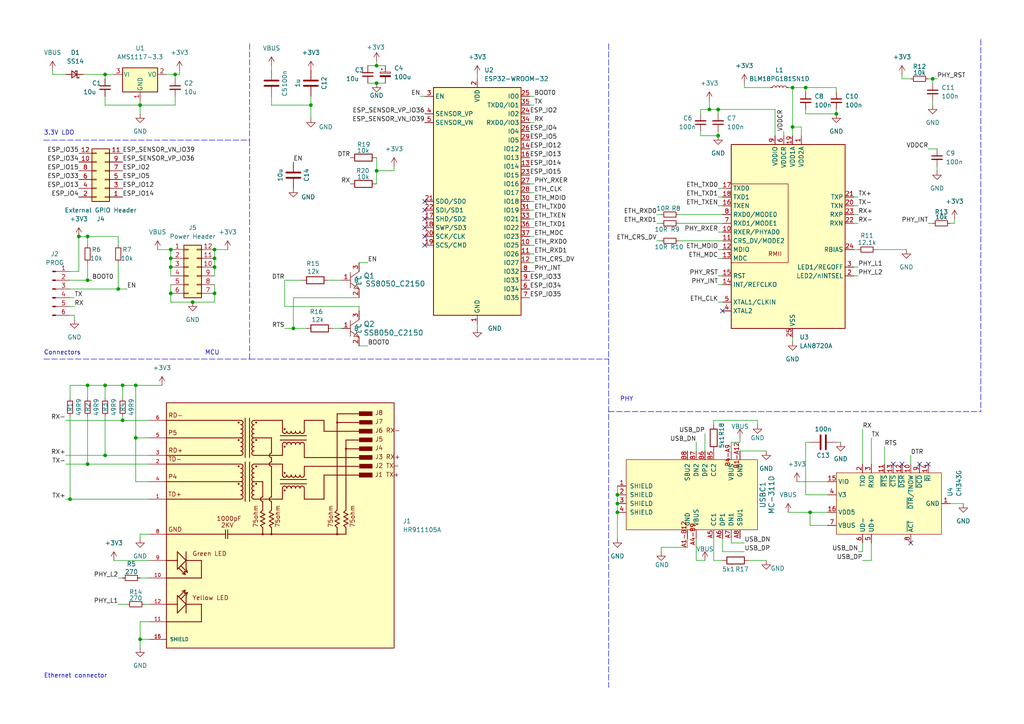
<source format=kicad_sch>
(kicad_sch (version 20231120) (generator "eeschema") (generator_version "8.0")
  (paper "A4")
  (junction (at 62.23 85.09))
  (junction (at 50.8 21.59))
  (junction (at 109.22 19.05))
  (junction (at 30.48 21.59))
  (junction (at 30.48 132.08))
  (junction (at 35.56 121.92))
  (junction (at 34.29 83.82))
  (junction (at 49.53 85.09))
  (junction (at 229.87 36.83))
  (junction (at 55.88 87.63))
  (junction (at 208.28 31.75))
  (junction (at 40.64 30.48))
  (junction (at 39.37 127))
  (junction (at 179.07 148.59))
  (junction (at 229.87 25.4))
  (junction (at 62.23 74.93))
  (junction (at 233.68 25.4))
  (junction (at 22.86 68.58))
  (junction (at 205.74 31.75))
  (junction (at 25.4 111.76))
  (junction (at 109.22 49.53))
  (junction (at 270.51 22.86))
  (junction (at 62.23 72.39))
  (junction (at 49.53 74.93))
  (junction (at 208.28 39.37))
  (junction (at 234.95 148.59))
  (junction (at 179.07 146.05))
  (junction (at 90.17 30.48))
  (junction (at 40.64 185.42))
  (junction (at 242.57 33.02))
  (junction (at 62.23 77.47))
  (junction (at 25.4 68.58))
  (junction (at 109.22 24.13))
  (junction (at 20.32 144.78))
  (junction (at 25.4 81.28))
  (junction (at 179.07 143.51))
  (junction (at 39.37 111.76))
  (junction (at 25.4 134.62))
  (junction (at 49.53 72.39))
  (junction (at 30.48 111.76))
  (junction (at 85.09 95.25))
  (junction (at 35.56 111.76))
  (junction (at 49.53 77.47))
  (no_connect (at 259.08 134.62))
  (no_connect (at 209.55 90.17))
  (no_connect (at 264.16 157.48))
  (no_connect (at 266.7 134.62))
  (no_connect (at 269.24 134.62))
  (no_connect (at 123.19 71.12))
  (no_connect (at 123.19 68.58))
  (no_connect (at 123.19 66.04))
  (no_connect (at 123.19 63.5))
  (no_connect (at 123.19 60.96))
  (no_connect (at 123.19 58.42))
  (no_connect (at 261.62 134.62))
  (wire (pts (xy 153.67 60.96) (xy 154.94 60.96)))
  (wire (pts (xy 248.92 160.02) (xy 250.19 160.02)))
  (wire (pts (xy 233.68 31.75) (xy 233.68 33.02)))
  (wire (pts (xy 229.87 25.4) (xy 229.87 36.83)))
  (wire (pts (xy 208.28 54.61) (xy 209.55 54.61)))
  (polyline (pts (xy 72.39 104.14) (xy 176.53 104.14)) (stroke (width 0) (type dash)))
  (wire (pts (xy 153.67 35.56) (xy 154.94 35.56)))
  (wire (pts (xy 208.28 80.01) (xy 209.55 80.01)))
  (wire (pts (xy 22.86 68.58) (xy 25.4 68.58)))
  (wire (pts (xy 190.5 64.77) (xy 191.77 64.77)))
  (wire (pts (xy 30.48 22.86) (xy 30.48 21.59)))
  (wire (pts (xy 207.01 156.21) (xy 207.01 162.56)))
  (wire (pts (xy 34.29 167.64) (xy 35.56 167.64)))
  (wire (pts (xy 208.28 87.63) (xy 209.55 87.63)))
  (wire (pts (xy 40.64 187.96) (xy 40.64 185.42)))
  (wire (pts (xy 22.86 68.58) (xy 22.86 78.74)))
  (wire (pts (xy 247.65 80.01) (xy 248.92 80.01)))
  (wire (pts (xy 214.63 127) (xy 214.63 128.27)))
  (wire (pts (xy 109.22 19.05) (xy 109.22 17.78)))
  (wire (pts (xy 41.91 175.26) (xy 43.18 175.26)))
  (wire (pts (xy 208.28 31.75) (xy 205.74 31.75)))
  (wire (pts (xy 234.95 148.59) (xy 240.03 148.59)))
  (wire (pts (xy 109.22 45.72) (xy 109.22 49.53)))
  (wire (pts (xy 39.37 139.7) (xy 39.37 127)))
  (wire (pts (xy 215.9 157.48) (xy 212.09 157.48)))
  (wire (pts (xy 104.14 86.36) (xy 85.09 86.36)))
  (wire (pts (xy 233.68 25.4) (xy 242.57 25.4)))
  (wire (pts (xy 250.19 160.02) (xy 250.19 157.48)))
  (wire (pts (xy 40.64 185.42) (xy 40.64 180.34)))
  (wire (pts (xy 24.13 21.59) (xy 30.48 21.59)))
  (wire (pts (xy 114.3 49.53) (xy 109.22 49.53)))
  (wire (pts (xy 233.68 143.51) (xy 240.03 143.51)))
  (wire (pts (xy 90.17 30.48) (xy 90.17 34.29)))
  (wire (pts (xy 232.41 39.37) (xy 232.41 36.83)))
  (wire (pts (xy 153.67 71.12) (xy 154.94 71.12)))
  (wire (pts (xy 104.14 88.9) (xy 104.14 90.17)))
  (wire (pts (xy 82.55 81.28) (xy 87.63 81.28)))
  (wire (pts (xy 25.4 111.76) (xy 20.32 111.76)))
  (wire (pts (xy 82.55 95.25) (xy 85.09 95.25)))
  (polyline (pts (xy 12.7 104.14) (xy 72.39 104.14)) (stroke (width 0) (type dash)))
  (wire (pts (xy 247.65 72.39) (xy 248.92 72.39)))
  (polyline (pts (xy 12.7 40.64) (xy 72.39 40.64)) (stroke (width 0) (type dash)))
  (wire (pts (xy 196.85 69.85) (xy 209.55 69.85)))
  (polyline (pts (xy 72.39 12.7) (xy 72.39 40.64)) (stroke (width 0) (type dash)))
  (wire (pts (xy 191.77 160.02) (xy 191.77 158.75)))
  (wire (pts (xy 269.24 43.18) (xy 271.78 43.18)))
  (wire (pts (xy 261.62 21.59) (xy 261.62 22.86)))
  (wire (pts (xy 208.28 67.31) (xy 209.55 67.31)))
  (wire (pts (xy 25.4 68.58) (xy 34.29 68.58)))
  (wire (pts (xy 138.43 93.98) (xy 138.43 95.25)))
  (wire (pts (xy 208.28 59.69) (xy 209.55 59.69)))
  (wire (pts (xy 30.48 120.65) (xy 30.48 132.08)))
  (wire (pts (xy 45.72 72.39) (xy 49.53 72.39)))
  (wire (pts (xy 106.68 24.13) (xy 109.22 24.13)))
  (wire (pts (xy 43.18 134.62) (xy 25.4 134.62)))
  (wire (pts (xy 208.28 82.55) (xy 209.55 82.55)))
  (wire (pts (xy 88.9 95.25) (xy 85.09 95.25)))
  (wire (pts (xy 229.87 25.4) (xy 233.68 25.4)))
  (wire (pts (xy 215.9 160.02) (xy 209.55 160.02)))
  (wire (pts (xy 203.2 38.1) (xy 203.2 39.37)))
  (wire (pts (xy 30.48 111.76) (xy 25.4 111.76)))
  (wire (pts (xy 15.24 20.32) (xy 15.24 21.59)))
  (wire (pts (xy 153.67 63.5) (xy 154.94 63.5)))
  (wire (pts (xy 46.99 111.76) (xy 39.37 111.76)))
  (wire (pts (xy 270.51 29.21) (xy 270.51 30.48)))
  (wire (pts (xy 19.05 144.78) (xy 20.32 144.78)))
  (wire (pts (xy 34.29 68.58) (xy 34.29 71.12)))
  (wire (pts (xy 252.73 162.56) (xy 252.73 157.48)))
  (wire (pts (xy 196.85 62.23) (xy 209.55 62.23)))
  (wire (pts (xy 199.39 158.75) (xy 199.39 156.21)))
  (polyline (pts (xy 72.39 104.14) (xy 72.39 40.64)) (stroke (width 0) (type dash)))
  (wire (pts (xy 20.32 111.76) (xy 20.32 115.57)))
  (wire (pts (xy 62.23 85.09) (xy 62.23 87.63)))
  (wire (pts (xy 40.64 30.48) (xy 40.64 33.02)))
  (wire (pts (xy 201.93 128.27) (xy 201.93 130.81)))
  (wire (pts (xy 217.17 162.56) (xy 222.25 162.56)))
  (wire (pts (xy 242.57 25.4) (xy 242.57 26.67)))
  (wire (pts (xy 208.28 72.39) (xy 209.55 72.39)))
  (wire (pts (xy 233.68 25.4) (xy 233.68 26.67)))
  (wire (pts (xy 250.19 162.56) (xy 252.73 162.56)))
  (wire (pts (xy 276.86 64.77) (xy 275.59 64.77)))
  (wire (pts (xy 106.68 76.2) (xy 104.14 76.2)))
  (wire (pts (xy 109.22 24.13) (xy 111.76 24.13)))
  (wire (pts (xy 20.32 144.78) (xy 20.32 120.65)))
  (wire (pts (xy 254 72.39) (xy 262.89 72.39)))
  (wire (pts (xy 247.65 64.77) (xy 248.92 64.77)))
  (wire (pts (xy 25.4 68.58) (xy 25.4 71.12)))
  (wire (pts (xy 270.51 22.86) (xy 271.78 22.86)))
  (wire (pts (xy 19.05 134.62) (xy 25.4 134.62)))
  (wire (pts (xy 212.09 157.48) (xy 212.09 156.21)))
  (wire (pts (xy 275.59 146.05) (xy 279.4 146.05)))
  (wire (pts (xy 40.64 156.21) (xy 40.64 154.94)))
  (wire (pts (xy 247.65 59.69) (xy 248.92 59.69)))
  (wire (pts (xy 153.67 53.34) (xy 154.94 53.34)))
  (wire (pts (xy 50.8 30.48) (xy 50.8 27.94)))
  (wire (pts (xy 233.68 33.02) (xy 242.57 33.02)))
  (wire (pts (xy 153.67 30.48) (xy 154.94 30.48)))
  (wire (pts (xy 215.9 25.4) (xy 223.52 25.4)))
  (wire (pts (xy 95.25 81.28) (xy 99.06 81.28)))
  (wire (pts (xy 30.48 27.94) (xy 30.48 30.48)))
  (wire (pts (xy 201.93 162.56) (xy 204.47 162.56)))
  (wire (pts (xy 20.32 83.82) (xy 34.29 83.82)))
  (wire (pts (xy 250.19 124.46) (xy 250.19 134.62)))
  (wire (pts (xy 114.3 48.26) (xy 114.3 49.53)))
  (wire (pts (xy 256.54 129.54) (xy 256.54 134.62)))
  (wire (pts (xy 43.18 121.92) (xy 35.56 121.92)))
  (wire (pts (xy 219.71 121.92) (xy 207.01 121.92)))
  (wire (pts (xy 153.67 68.58) (xy 154.94 68.58)))
  (wire (pts (xy 153.67 58.42) (xy 154.94 58.42)))
  (wire (pts (xy 153.67 78.74) (xy 154.94 78.74)))
  (wire (pts (xy 242.57 128.27) (xy 243.84 128.27)))
  (wire (pts (xy 78.74 30.48) (xy 90.17 30.48)))
  (polyline (pts (xy 176.53 119.38) (xy 284.48 119.38)) (stroke (width 0) (type dash)))
  (wire (pts (xy 228.6 148.59) (xy 234.95 148.59)))
  (polyline (pts (xy 176.53 104.14) (xy 176.53 199.39)) (stroke (width 0) (type dash)))
  (wire (pts (xy 40.64 180.34) (xy 43.18 180.34)))
  (wire (pts (xy 39.37 111.76) (xy 39.37 127)))
  (wire (pts (xy 62.23 82.55) (xy 62.23 85.09)))
  (wire (pts (xy 179.07 143.51) (xy 179.07 146.05)))
  (wire (pts (xy 106.68 19.05) (xy 109.22 19.05)))
  (wire (pts (xy 90.17 27.94) (xy 90.17 30.48)))
  (wire (pts (xy 247.65 62.23) (xy 248.92 62.23)))
  (wire (pts (xy 153.67 73.66) (xy 154.94 73.66)))
  (wire (pts (xy 82.55 81.28) (xy 82.55 88.9)))
  (wire (pts (xy 121.92 27.94) (xy 123.19 27.94)))
  (wire (pts (xy 264.16 132.08) (xy 264.16 134.62)))
  (wire (pts (xy 30.48 21.59) (xy 33.02 21.59)))
  (wire (pts (xy 22.86 78.74) (xy 20.32 78.74)))
  (wire (pts (xy 138.43 21.59) (xy 138.43 22.86)))
  (wire (pts (xy 269.24 22.86) (xy 270.51 22.86)))
  (wire (pts (xy 270.51 22.86) (xy 270.51 24.13)))
  (wire (pts (xy 43.18 127) (xy 39.37 127)))
  (wire (pts (xy 43.18 144.78) (xy 20.32 144.78)))
  (wire (pts (xy 222.25 130.81) (xy 214.63 130.81)))
  (wire (pts (xy 40.64 30.48) (xy 50.8 30.48)))
  (wire (pts (xy 179.07 143.51) (xy 179.07 140.97)))
  (wire (pts (xy 153.67 55.88) (xy 154.94 55.88)))
  (wire (pts (xy 153.67 76.2) (xy 154.94 76.2)))
  (wire (pts (xy 62.23 72.39) (xy 62.23 74.93)))
  (wire (pts (xy 49.53 87.63) (xy 49.53 85.09)))
  (wire (pts (xy 208.28 38.1) (xy 208.28 39.37)))
  (wire (pts (xy 203.2 39.37) (xy 208.28 39.37)))
  (wire (pts (xy 48.26 21.59) (xy 50.8 21.59)))
  (wire (pts (xy 25.4 76.2) (xy 25.4 81.28)))
  (wire (pts (xy 15.24 21.59) (xy 19.05 21.59)))
  (wire (pts (xy 35.56 111.76) (xy 30.48 111.76)))
  (wire (pts (xy 214.63 128.27) (xy 212.09 128.27)))
  (wire (pts (xy 62.23 72.39) (xy 66.04 72.39)))
  (wire (pts (xy 190.5 62.23) (xy 191.77 62.23)))
  (wire (pts (xy 62.23 74.93) (xy 62.23 77.47)))
  (wire (pts (xy 55.88 87.63) (xy 49.53 87.63)))
  (wire (pts (xy 85.09 86.36) (xy 85.09 95.25)))
  (wire (pts (xy 153.67 66.04) (xy 154.94 66.04)))
  (wire (pts (xy 196.85 64.77) (xy 209.55 64.77)))
  (wire (pts (xy 34.29 76.2) (xy 34.29 83.82)))
  (wire (pts (xy 20.32 88.9) (xy 21.59 88.9)))
  (wire (pts (xy 43.18 139.7) (xy 39.37 139.7)))
  (wire (pts (xy 205.74 29.21) (xy 205.74 31.75)))
  (wire (pts (xy 247.65 57.15) (xy 248.92 57.15)))
  (wire (pts (xy 40.64 185.42) (xy 43.18 185.42)))
  (wire (pts (xy 25.4 111.76) (xy 25.4 115.57)))
  (wire (pts (xy 204.47 125.73) (xy 204.47 130.81)))
  (wire (pts (xy 21.59 91.44) (xy 21.59 92.71)))
  (wire (pts (xy 201.93 156.21) (xy 201.93 162.56)))
  (wire (pts (xy 49.53 77.47) (xy 49.53 80.01)))
  (wire (pts (xy 219.71 121.92) (xy 219.71 123.19)))
  (wire (pts (xy 203.2 31.75) (xy 203.2 33.02)))
  (wire (pts (xy 252.73 127) (xy 252.73 134.62)))
  (polyline (pts (xy 176.53 12.7) (xy 176.53 104.14)) (stroke (width 0) (type dash)))
  (wire (pts (xy 19.05 132.08) (xy 30.48 132.08)))
  (wire (pts (xy 153.67 27.94) (xy 154.94 27.94)))
  (wire (pts (xy 19.05 121.92) (xy 35.56 121.92)))
  (wire (pts (xy 191.77 158.75) (xy 199.39 158.75)))
  (wire (pts (xy 109.22 19.05) (xy 111.76 19.05)))
  (wire (pts (xy 20.32 81.28) (xy 25.4 81.28)))
  (wire (pts (xy 209.55 160.02) (xy 209.55 156.21)))
  (wire (pts (xy 96.52 95.25) (xy 99.06 95.25)))
  (wire (pts (xy 229.87 97.79) (xy 229.87 99.06)))
  (wire (pts (xy 39.37 111.76) (xy 35.56 111.76)))
  (wire (pts (xy 20.32 86.36) (xy 21.59 86.36)))
  (wire (pts (xy 224.79 31.75) (xy 208.28 31.75)))
  (wire (pts (xy 233.68 143.51) (xy 233.68 128.27)))
  (wire (pts (xy 35.56 121.92) (xy 35.56 120.65)))
  (wire (pts (xy 229.87 36.83) (xy 229.87 39.37)))
  (wire (pts (xy 109.22 49.53) (xy 109.22 53.34)))
  (wire (pts (xy 234.95 148.59) (xy 234.95 152.4)))
  (wire (pts (xy 232.41 36.83) (xy 229.87 36.83)))
  (wire (pts (xy 50.8 21.59) (xy 50.8 22.86)))
  (wire (pts (xy 49.53 74.93) (xy 49.53 77.47)))
  (wire (pts (xy 207.01 121.92) (xy 207.01 123.19)))
  (wire (pts (xy 276.86 63.5) (xy 276.86 64.77)))
  (wire (pts (xy 25.4 81.28) (xy 26.67 81.28)))
  (wire (pts (xy 179.07 146.05) (xy 179.07 148.59)))
  (wire (pts (xy 50.8 21.59) (xy 52.07 21.59)))
  (wire (pts (xy 261.62 22.86) (xy 264.16 22.86)))
  (wire (pts (xy 224.79 39.37) (xy 224.79 31.75)))
  (wire (pts (xy 33.02 162.56) (xy 43.18 162.56)))
  (wire (pts (xy 49.53 72.39) (xy 49.53 74.93)))
  (wire (pts (xy 62.23 87.63) (xy 55.88 87.63)))
  (wire (pts (xy 208.28 31.75) (xy 208.28 33.02)))
  (wire (pts (xy 82.55 88.9) (xy 104.14 88.9)))
  (wire (pts (xy 233.68 128.27) (xy 234.95 128.27)))
  (wire (pts (xy 78.74 27.94) (xy 78.74 30.48)))
  (wire (pts (xy 215.9 24.13) (xy 215.9 25.4)))
  (wire (pts (xy 30.48 30.48) (xy 40.64 30.48)))
  (wire (pts (xy 242.57 31.75) (xy 242.57 33.02)))
  (wire (pts (xy 52.07 20.32) (xy 52.07 21.59)))
  (wire (pts (xy 40.64 167.64) (xy 43.18 167.64)))
  (wire (pts (xy 20.32 91.44) (xy 21.59 91.44)))
  (wire (pts (xy 34.29 83.82) (xy 36.83 83.82)))
  (wire (pts (xy 231.14 139.7) (xy 240.03 139.7)))
  (wire (pts (xy 30.48 132.08) (xy 43.18 132.08)))
  (wire (pts (xy 205.74 31.75) (xy 203.2 31.75)))
  (wire (pts (xy 30.48 111.76) (xy 30.48 115.57)))
  (wire (pts (xy 40.64 154.94) (xy 43.18 154.94)))
  (wire (pts (xy 25.4 134.62) (xy 25.4 120.65)))
  (wire (pts (xy 234.95 152.4) (xy 240.03 152.4)))
  (wire (pts (xy 35.56 111.76) (xy 35.56 115.57)))
  (wire (pts (xy 78.74 19.05) (xy 78.74 20.32)))
  (wire (pts (xy 62.23 77.47) (xy 62.23 80.01)))
  (wire (pts (xy 227.33 38.1) (xy 227.33 39.37)))
  (wire (pts (xy 49.53 82.55) (xy 49.53 85.09)))
  (wire (pts (xy 190.5 69.85) (xy 191.77 69.85)))
  (wire (pts (xy 271.78 48.26) (xy 271.78 49.53)))
  (polyline (pts (xy 284.48 11.43) (xy 284.48 119.38)) (stroke (width 0) (type dash)))
  (wire (pts (xy 34.29 175.26) (xy 36.83 175.26)))
  (wire (pts (xy 208.28 57.15) (xy 209.55 57.15)))
  (wire (pts (xy 179.07 148.59) (xy 179.07 156.21)))
  (wire (pts (xy 207.01 162.56) (xy 209.55 162.56)))
  (wire (pts (xy 228.6 25.4) (xy 229.87 25.4)))
  (wire (pts (xy 212.09 128.27) (xy 212.09 130.81)))
  (wire (pts (xy 40.64 29.21) (xy 40.64 30.48)))
  (wire (pts (xy 208.28 74.93) (xy 209.55 74.93)))
  (wire (pts (xy 269.24 64.77) (xy 270.51 64.77)))
  (wire (pts (xy 106.68 100.33) (xy 104.14 100.33)))
  (wire (pts (xy 247.65 77.47) (xy 248.92 77.47)))
  (text "PHY" (at 179.832 116.586 0) (effects (font (size 1.27 1.27)) (justify left bottom)))
  (text "3.3V LDO" (at 12.7 39.37 0) (effects (font (size 1.27 1.27)) (justify left bottom)))
  (text "Connectors" (at 12.7 103.124 0) (effects (font (size 1.27 1.27)) (justify left bottom)))
  (text "Ethernet connector" (at 12.7 196.85 0) (effects (font (size 1.27 1.27)) (justify left bottom)))
  (text "MCU" (at 59.436 103.124 0) (effects (font (size 1.27 1.27)) (justify left bottom)))
  (label "ESP_SENSOR_VP_IO36" (at 35.56 46.99 0))
  (label "VDDCR" (at 269.24 43.18 180))
  (label "ETH_TXEN" (at 154.94 63.5 0))
  (label "USB_DP" (at 215.9 160.02 0))
  (label "DTR" (at 264.16 132.08 0))
  (label "BOOT0" (at 106.68 100.33 0))
  (label "ESP_IO5" (at 35.56 52.07 0))
  (label "ETH_RXD0" (at 154.94 71.12 0))
  (label "ESP_IO35" (at 22.86 44.45 180))
  (label "ESP_IO34" (at 153.67 83.82 0))
  (label "USB_DP" (at 250.19 162.56 180))
  (label "TX-" (at 248.92 59.69 0))
  (label "PHY_L1" (at 248.92 77.47 0))
  (label "PHY_RXER" (at 208.28 67.31 180))
  (label "RX" (at 21.59 88.9 0))
  (label "ESP_IO33" (at 153.67 81.28 0))
  (label "RX" (at 154.94 35.56 0))
  (label "ETH_MDC" (at 208.28 74.93 180))
  (label "USB_DN" (at 201.93 128.27 180))
  (label "RTS" (at 256.54 129.54 0))
  (label "PHY_INT" (at 154.94 78.74 0))
  (label "ESP_SENSOR_VN_IO39" (at 35.56 44.45 0))
  (label "DTR" (at 82.55 81.28 180))
  (label "ESP_IO12" (at 35.56 54.61 0))
  (label "RX-" (at 19.05 121.92 180))
  (label "ETH_TXEN" (at 208.28 59.69 180))
  (label "ETH_MDIO" (at 154.94 58.42 0))
  (label "ESP_IO35" (at 153.67 86.36 0))
  (label "PHY_INT" (at 208.28 82.55 180))
  (label "RX+" (at 19.05 132.08 180))
  (label "ETH_RXD0" (at 190.5 62.23 180))
  (label "PHY_L2" (at 248.92 80.01 0))
  (label "ETH_CLK" (at 208.28 87.63 180))
  (label "ETH_CRS_DV" (at 190.5 69.85 180))
  (label "USB_DN" (at 248.92 160.02 180))
  (label "EN" (at 106.68 76.2 0))
  (label "ESP_IO2" (at 153.67 33.02 0))
  (label "VDDCR" (at 227.33 38.1 90))
  (label "ESP_IO13" (at 22.86 54.61 180))
  (label "RX" (at 250.19 124.46 0))
  (label "USB_DN" (at 215.9 157.48 0))
  (label "ESP_IO13" (at 153.67 45.72 0))
  (label "ESP_IO12" (at 153.67 43.18 0))
  (label "ETH_TXD1" (at 208.28 57.15 180))
  (label "BOOT0" (at 26.67 81.28 0))
  (label "RX" (at 101.6 53.34 180))
  (label "ESP_IO34" (at 22.86 46.99 180))
  (label "ETH_TXD0" (at 208.28 54.61 180))
  (label "ETH_MDIO" (at 208.28 72.39 180))
  (label "RX-" (at 248.92 64.77 0))
  (label "ESP_IO4" (at 22.86 57.15 180))
  (label "ESP_IO2" (at 35.56 49.53 0))
  (label "ETH_CLK" (at 154.94 55.88 0))
  (label "TX-" (at 19.05 134.62 180))
  (label "USB_DP" (at 204.47 125.73 180))
  (label "ESP_IO33" (at 22.86 52.07 180))
  (label "PHY_RST" (at 208.28 80.01 180))
  (label "BOOT0" (at 154.94 27.94 0))
  (label "PHY_RST" (at 271.78 22.86 0))
  (label "PHY_RXER" (at 154.94 53.34 0))
  (label "ESP_IO15" (at 22.86 49.53 180))
  (label "DTR" (at 101.6 45.72 180))
  (label "ESP_IO4" (at 153.67 38.1 0))
  (label "TX+" (at 19.05 144.78 180))
  (label "ETH_MDC" (at 154.94 68.58 0))
  (label "TX+" (at 248.92 57.15 0))
  (label "TX" (at 154.94 30.48 0))
  (label "EN" (at 121.92 27.94 180))
  (label "ESP_IO14" (at 153.67 48.26 0))
  (label "ETH_RXD1" (at 154.94 73.66 0))
  (label "ETH_RXD1" (at 190.5 64.77 180))
  (label "ESP_IO14" (at 35.56 57.15 0))
  (label "TX" (at 21.59 86.36 0))
  (label "RTS" (at 82.55 95.25 180))
  (label "RX+" (at 248.92 62.23 0))
  (label "ETH_TXD0" (at 154.94 60.96 0))
  (label "ESP_IO15" (at 153.67 50.8 0))
  (label "TX" (at 252.73 127 0))
  (label "PHY_INT" (at 269.24 64.77 180))
  (label "EN" (at 85.09 46.99 0))
  (label "PHY_L1" (at 34.29 175.26 180))
  (label "EN" (at 36.83 83.82 0))
  (label "ETH_TXD1" (at 154.94 66.04 0))
  (label "ESP_IO5" (at 153.67 40.64 0))
  (label "PHY_L2" (at 34.29 167.64 180))
  (label "ESP_SENSOR_VP_IO36" (at 123.19 33.02 180))
  (label "ESP_SENSOR_VN_IO39" (at 123.19 35.56 180))
  (label "ETH_CRS_DV" (at 154.94 76.2 0))
  (symbol (lib_id "Device:C_Small") (at 203.2 35.56 180) (unit 1)
    (property "Reference" "C6" (at 198.12 34.29 0) (effects (justify right)))
    (property "Value" "100n" (at 196.85 36.83 0) (effects (justify right)))
    (property "Footprint" "Capacitor_SMD:C_0603_1608Metric" (effects (hide yes)))
  )
  (symbol (lib_id "power:+3.3V") (at 114.3 48.26 0) (unit 1)
    (property "Reference" "#PWR018" (effects (hide yes)))
    (property "Value" "+3V3" (at 114.3 43.18 0))
  )
  (symbol (lib_id "power:+3.3V") (at 52.07 20.32 0) (unit 1)
    (property "Reference" "#PWR0111" (effects (hide yes)))
    (property "Value" "+3V3" (at 52.07 15.24 0))
  )
  (symbol (lib_id "RF_Module:ESP32-WROOM-32") (at 138.43 58.42 0) (unit 1)
    (property "Reference" "U2" (at 140.4494 20.32 0) (effects (justify left)))
    (property "Value" "ESP32-WROOM-32" (at 140.4494 22.86 0) (effects (justify left)))
    (property "Footprint" "RF_Module:ESP32-WROOM-32" (effects (hide yes)))
    (property "Datasheet" "https://www.espressif.com/sites/default/files/documentation/esp32-wroom-32_datasheet_en.pdf" (effects (hide yes)))
  )
  (symbol (lib_id "Device:R_Small") (at 34.29 73.66 180) (unit 1)
    (property "Reference" "R7" (at 36.83 72.39 0))
    (property "Value" "10k" (at 36.83 74.93 0))
    (property "Footprint" "Resistor_SMD:R_0603_1608Metric" (effects (hide yes)))
  )
  (symbol (lib_id "power:GND") (at 85.09 54.61 0) (unit 1)
    (property "Reference" "#PWR017" (effects (hide yes)))
    (property "Value" "GND" (at 91.44 57.15 0) (effects (justify right)))
  )
  (symbol (lib_id "power:GND") (at 229.87 99.06 0) (unit 1)
    (property "Reference" "#PWR0120" (effects (hide yes)))
    (property "Value" "GND" (at 229.87 104.14 0))
  )
  (symbol (lib_id "power:GND") (at 21.59 92.71 0) (unit 1)
    (property "Reference" "#PWR0114" (effects (hide yes)))
    (property "Value" "GND" (at 21.59 97.79 0))
  )
  (symbol (lib_id "Device:C") (at 90.17 24.13 180) (unit 1)
    (property "Reference" "C12" (at 93.98 24.13 90))
    (property "Value" "1u" (at 86.36 24.13 90))
    (property "Footprint" "Capacitor_SMD:C_0603_1608Metric" (effects (hide yes)))
    (property "LCSC Part #" "C15849" (effects (hide yes)))
  )
  (symbol (lib_id "wch-usb-uart:CH343G") (at 257.81 146.05 90) (unit 1)
    (property "Reference" "U4" (at 275.59 144.0306 0) (effects (justify left)))
    (property "Value" "CH343G" (at 278.13 144.0306 0) (effects (justify left)))
    (property "Footprint" "Package_SO:SOIC-16_3.9x9.9mm_P1.27mm" (effects (hide yes)))
    (property "Datasheet" "http://www.wch.cn/downloads/file/307.html" (effects (hide yes)))
    (property "LCSC Part #" "C2844153" (effects (hide yes)))
  )
  (symbol (lib_id "Regulator_Linear:AMS1117-3.3") (at 40.64 21.59 0) (unit 1)
    (property "Reference" "U1" (at 40.64 13.97 0))
    (property "Value" "AMS1117-3.3" (at 40.64 16.51 0))
    (property "Footprint" "Package_TO_SOT_SMD:SOT-223-3_TabPin2" (effects (hide yes)))
    (property "Datasheet" "http://www.advanced-monolithic.com/pdf/ds1117.pdf" (effects (hide yes)))
  )
  (symbol (lib_id "power:GND") (at 55.88 87.63 0) (unit 1)
    (property "Reference" "#PWR04" (effects (hide yes)))
    (property "Value" "GND" (at 55.88 92.71 0))
  )
  (symbol (lib_id "power:GND") (at 262.89 72.39 0) (unit 1)
    (property "Reference" "#PWR0123" (effects (hide yes)))
    (property "Value" "GND" (at 262.89 77.47 0))
  )
  (symbol (lib_id "Device:C_Polarized_Small") (at 111.76 21.59 0) (unit 1)
    (property "Reference" "C4" (at 114.3 19.7738 0) (effects (justify left)))
    (property "Value" "100u" (at 114.3 22.3138 0) (effects (justify left)))
    (property "Footprint" "Capacitor_Tantalum_SMD:CP_EIA-3528-21_Kemet-B" (effects (hide yes)))
  )
  (symbol (lib_id "Device:C_Small") (at 242.57 29.21 0) (unit 1)
    (property "Reference" "C10" (at 245.11 27.9462 0) (effects (justify left)))
    (property "Value" "100n" (at 245.11 30.4862 0) (effects (justify left)))
    (property "Footprint" "Capacitor_SMD:C_0603_1608Metric" (effects (hide yes)))
  )
  (symbol (lib_id "power:+3.3V") (at 22.86 68.58 0) (unit 1)
    (property "Reference" "#PWR0112" (effects (hide yes)))
    (property "Value" "+3V3" (at 22.86 63.5 0))
  )
  (symbol (lib_id "Connector_Generic:Conn_02x06_Counter_Clockwise") (at 54.61 77.47 0) (unit 1)
    (property "Reference" "J5" (at 55.88 66.04 0))
    (property "Value" "Power Header" (at 55.88 68.58 0))
    (property "Footprint" "Connector_PinHeader_2.54mm:PinHeader_2x06_P2.54mm_Vertical" (effects (hide yes)))
    (property "Description" "Generic connector, double row, 02x06, counter clockwise pin numbering scheme (similar to DIP package numbering), script generated (kicad-library-utils/schlib/autogen/connector/)" (effects (hide yes)))
  )
  (symbol (lib_id "Interface_Ethernet:LAN8720A") (at 229.87 69.85 0) (unit 1)
    (property "Reference" "U3" (at 231.8894 97.79 0) (effects (justify left)))
    (property "Value" "LAN8720A" (at 231.8894 100.33 0) (effects (justify left)))
    (property "Footprint" "Package_DFN_QFN:QFN-24-1EP_4x4mm_P0.5mm_EP2.6x2.6mm" (effects (hide yes)))
    (property "Datasheet" "http://ww1.microchip.com/downloads/en/DeviceDoc/8720a.pdf" (effects (hide yes)))
  )
  (symbol (lib_id "Device:C_Small") (at 30.48 25.4 0) (unit 1)
    (property "Reference" "C1" (at 26.67 24.13 0) (effects (justify left)))
    (property "Value" "10u" (at 24.13 26.67 0) (effects (justify left)))
    (property "Footprint" "Resistor_SMD:R_0603_1608Metric" (effects (hide yes)))
  )
  (symbol (lib_id "Device:C_Small") (at 106.68 21.59 0) (unit 1)
    (property "Reference" "C3" (at 102.87 20.32 0) (effects (justify left)))
    (property "Value" "10u" (at 100.33 22.86 0) (effects (justify left)))
    (property "Footprint" "Capacitor_SMD:C_0603_1608Metric" (effects (hide yes)))
  )
  (symbol (lib_id "Device:R") (at 207.01 127 0) (unit 1)
    (property "Reference" "R18" (at 209.296 126.492 90) (effects (justify left)))
    (property "Value" "5k1" (at 209.296 130.048 90) (effects (justify left)))
    (property "Footprint" "Resistor_SMD:R_0402_1005Metric" (effects (hide yes)))
    (property "LCSC Part #" "C25905" (effects (hide yes)))
  )
  (symbol (lib_id "power:+3.3V") (at 90.17 20.32 0) (unit 1)
    (property "Reference" "#PWR01" (effects (hide yes)))
    (property "Value" "+3V3" (at 90.17 15.24 0))
  )
  (symbol (lib_id "power:GND") (at 270.51 30.48 0) (unit 1)
    (property "Reference" "#PWR0121" (effects (hide yes)))
    (property "Value" "GND" (at 270.51 35.56 0))
  )
  (symbol (lib_id "power:GND") (at 191.77 160.02 0) (unit 1)
    (property "Reference" "#PWR012" (effects (hide yes)))
    (property "Value" "GND" (at 194.056 163.83 0) (effects (justify right)))
  )
  (symbol (lib_id "power:VBUS") (at 45.72 72.39 0) (unit 1)
    (property "Reference" "#PWR05" (effects (hide yes)))
    (property "Value" "VBUS" (at 45.72 67.31 0))
  )
  (symbol (lib_id "power:GND") (at 109.22 24.13 0) (unit 1)
    (property "Reference" "#PWR0108" (effects (hide yes)))
    (property "Value" "GND" (at 109.22 27.686 0))
  )
  (symbol (lib_id "Device:C") (at 78.74 24.13 180) (unit 1)
    (property "Reference" "C5" (at 82.55 26.67 90))
    (property "Value" "100n" (at 82.55 22.86 90))
    (property "Footprint" "Capacitor_SMD:C_0402_1005Metric" (effects (hide yes)))
    (property "LCSC Part #" "C1525" (effects (hide yes)))
  )
  (symbol (lib_id "Device:R") (at 105.41 53.34 90) (unit 1)
    (property "Reference" "R20" (at 107.188 49.53 90) (effects (justify left)))
    (property "Value" "10k" (at 107.188 51.308 90) (effects (justify left)))
    (property "Footprint" "Resistor_SMD:R_0402_1005Metric" (effects (hide yes)))
    (property "LCSC Part #" "C25744" (effects (hide yes)))
  )
  (symbol (lib_id "Device:C_Small") (at 270.51 26.67 0) (unit 1)
    (property "Reference" "C11" (at 273.05 25.4062 0) (effects (justify left)))
    (property "Value" "100n" (at 273.05 27.9462 0) (effects (justify left)))
    (property "Footprint" "Capacitor_SMD:C_0603_1608Metric" (effects (hide yes)))
  )
  (symbol (lib_id "Device:R_Small") (at 35.56 118.11 180) (unit 1)
    (property "Reference" "R4" (at 35.56 118.11 90))
    (property "Value" "49R9" (at 38.1 118.11 90))
    (property "Footprint" "Resistor_SMD:R_0603_1608Metric" (effects (hide yes)))
  )
  (symbol (lib_id "power:+3.3V") (at 261.62 21.59 0) (unit 1)
    (property "Reference" "#PWR0118" (effects (hide yes)))
    (property "Value" "+3V3" (at 261.62 16.51 0))
  )
  (symbol (lib_id "Device:R_Small") (at 266.7 22.86 90) (unit 1)
    (property "Reference" "R12" (at 266.7 19.304 90))
    (property "Value" "10k" (at 266.7 21.082 90))
    (property "Footprint" "Resistor_SMD:R_0603_1608Metric" (effects (hide yes)))
  )
  (symbol (lib_id "power:GND") (at 243.84 128.27 0) (unit 1)
    (property "Reference" "#PWR09" (effects (hide yes)))
    (property "Value" "GND" (at 245.872 133.096 0) (effects (justify right)))
  )
  (symbol (lib_id "Device:C_Small") (at 271.78 45.72 0) (unit 1)
    (property "Reference" "C9" (at 274.32 44.4562 0) (effects (justify left)))
    (property "Value" "100n" (at 274.32 46.9962 0) (effects (justify left)))
    (property "Footprint" "Capacitor_SMD:C_0603_1608Metric" (effects (hide yes)))
  )
  (symbol (lib_id "Connector:Conn_01x06_Male") (at 15.24 83.82 0) (unit 1)
    (property "Reference" "J2" (at 15.875 73.66 0))
    (property "Value" "PROG" (at 15.875 76.2 0))
    (property "Footprint" "Connector_PinHeader_2.54mm:PinHeader_1x06_P2.54mm_Vertical" (effects (hide yes)))
  )
  (symbol (lib_id "power:GND") (at 208.28 39.37 0) (unit 1)
    (property "Reference" "#PWR0116" (effects (hide yes)))
    (property "Value" "GND" (at 208.28 44.45 0))
  )
  (symbol (lib_id "power:+3.3V") (at 205.74 29.21 0) (unit 1)
    (property "Reference" "#PWR0113" (effects (hide yes)))
    (property "Value" "+3V3" (at 205.74 24.13 0))
  )
  (symbol (lib_id "power:+3.3V") (at 276.86 63.5 0) (unit 1)
    (property "Reference" "#PWR0122" (effects (hide yes)))
    (property "Value" "+3V3" (at 276.86 58.42 0))
  )
  (symbol (lib_id "Connector_Generic:Conn_02x06_Odd_Even") (at 30.48 52.07 180) (unit 1)
    (property "Reference" "J4" (at 29.21 63.5 0))
    (property "Value" "External GPIO Header" (at 29.21 60.96 0))
    (property "Footprint" "Connector_PinHeader_2.54mm:PinHeader_2x06_P2.54mm_Vertical" (effects (hide yes)))
    (property "Description" "Generic connector, double row, 02x06, odd/even pin numbering scheme (row 1 odd numbers, row 2 even numbers), script generated (kicad-library-utils/schlib/autogen/connector/)" (effects (hide yes)))
  )
  (symbol (lib_id "power:GND") (at 40.64 187.96 0) (unit 1)
    (property "Reference" "#PWR0101" (effects (hide yes)))
    (property "Value" "GND" (at 40.64 193.04 0))
  )
  (symbol (lib_id "power:VBUS") (at 204.47 162.56 0) (unit 1)
    (property "Reference" "#PWR019" (effects (hide yes)))
    (property "Value" "VBUS" (at 204.47 159.258 0))
  )
  (symbol (lib_id "Device:R_Small") (at 194.31 69.85 90) (unit 1)
    (property "Reference" "R10" (at 196.342 71.628 90))
    (property "Value" "10R" (at 191.77 71.628 90))
    (property "Footprint" "Resistor_SMD:R_0603_1608Metric" (effects (hide yes)))
  )
  (symbol (lib_id "Device:C_Small") (at 50.8 25.4 0) (unit 1)
    (property "Reference" "C2" (at 53.34 24.13 0) (effects (justify left)))
    (property "Value" "10u" (at 53.34 26.67 0) (effects (justify left)))
    (property "Footprint" "Capacitor_SMD:C_0603_1608Metric" (effects (hide yes)))
  )
  (symbol (lib_id "power:GND") (at 222.25 162.56 0) (unit 1)
    (property "Reference" "#PWR011" (effects (hide yes)))
    (property "Value" "GND" (at 227.584 164.846 0) (effects (justify right)))
  )
  (symbol (lib_id "Device:R_Small") (at 39.37 175.26 90) (unit 1)
    (property "Reference" "R14" (at 39.37 171.704 90))
    (property "Value" "270" (at 39.37 173.482 90))
    (property "Footprint" "Resistor_SMD:R_0603_1608Metric" (effects (hide yes)))
  )
  (symbol (lib_id "Device:L_Small") (at 226.06 25.4 90) (unit 1)
    (property "Reference" "L1" (at 226.06 20.32 90))
    (property "Value" "BLM18PG181SN1D" (at 226.06 22.86 90))
    (property "Footprint" "Resistor_SMD:R_0603_1608Metric" (effects (hide yes)))
  )
  (symbol (lib_id "power:+3.3V") (at 46.99 111.76 0) (unit 1)
    (property "Reference" "#PWR0104" (effects (hide yes)))
    (property "Value" "+3V3" (at 46.99 106.68 0))
  )
  (symbol (lib_id "Device:R_Small") (at 251.46 72.39 90) (unit 1)
    (property "Reference" "R11" (at 251.46 68.326 90))
    (property "Value" "12.1k" (at 251.46 70.358 90))
    (property "Footprint" "Resistor_SMD:R_0603_1608Metric" (effects (hide yes)))
  )
  (symbol (lib_id "power:VBUS") (at 15.24 20.32 0) (unit 1)
    (property "Reference" "#PWR0110" (effects (hide yes)))
    (property "Value" "VBUS" (at 15.24 15.24 0))
  )
  (symbol (lib_id "Device:R_Small") (at 25.4 73.66 180) (unit 1)
    (property "Reference" "R6" (at 27.94 72.39 0))
    (property "Value" "10k" (at 27.94 74.93 0))
    (property "Footprint" "Resistor_SMD:R_0603_1608Metric" (effects (hide yes)))
  )
  (symbol (lib_id "Device:C") (at 238.76 128.27 270) (unit 1)
    (property "Reference" "C13" (at 238.76 132.08 90))
    (property "Value" "100n" (at 238.76 124.46 90))
    (property "Footprint" "Capacitor_SMD:C_0402_1005Metric" (effects (hide yes)))
    (property "LCSC Part #" "C1525" (effects (hide yes)))
  )
  (symbol (lib_id "power:GND") (at 219.71 123.19 0) (unit 1)
    (property "Reference" "#PWR015" (effects (hide yes)))
    (property "Value" "GND" (at 217.678 127 0) (effects (justify left)))
  )
  (symbol (lib_id "Device:C") (at 85.09 50.8 180) (unit 1)
    (property "Reference" "C14" (at 88.9 50.8 90))
    (property "Value" "10u" (at 81.28 50.8 90))
    (property "Footprint" "Capacitor_SMD:C_0603_1608Metric" (effects (hide yes)))
    (property "LCSC Part #" "C96446" (effects (hide yes)))
  )
  (symbol (lib_id "power:GND") (at 138.43 95.25 0) (unit 1)
    (property "Reference" "#PWR0105" (effects (hide yes)))
    (property "Value" "GND" (at 143.51 95.25 0))
  )
  (symbol (lib_id "power:GND") (at 271.78 49.53 0) (unit 1)
    (property "Reference" "#PWR0119" (effects (hide yes)))
    (property "Value" "GND" (at 271.78 54.61 0))
  )
  (symbol (lib_id "power:+3.3V") (at 33.02 162.56 0) (unit 1)
    (property "Reference" "#PWR0103" (effects (hide yes)))
    (property "Value" "+3V3" (at 33.02 157.48 0))
  )
  (symbol (lib_id "Device:R_Small") (at 38.1 167.64 90) (unit 1)
    (property "Reference" "R5" (at 38.1 163.576 90))
    (property "Value" "270" (at 38.1 165.862 90))
    (property "Footprint" "Resistor_SMD:R_0603_1608Metric" (effects (hide yes)))
  )
  (symbol (lib_id "power:GND") (at 279.4 146.05 0) (unit 1)
    (property "Reference" "#PWR07" (effects (hide yes)))
    (property "Value" "GND" (at 279.4 151.13 0))
  )
  (symbol (lib_id "Device:R_Small") (at 20.32 118.11 180) (unit 1)
    (property "Reference" "R1" (at 20.32 118.11 90))
    (property "Value" "49R9" (at 22.86 118.11 90))
    (property "Footprint" "Resistor_SMD:R_0603_1608Metric" (effects (hide yes)))
  )
  (symbol (lib_id "power:VBUS") (at 228.6 148.59 0) (unit 1)
    (property "Reference" "#PWR08" (effects (hide yes)))
    (property "Value" "VBUS" (at 228.6 143.51 0))
  )
  (symbol (lib_id "Device:C_Small") (at 233.68 29.21 0) (unit 1)
    (property "Reference" "C8" (at 236.22 27.9462 0) (effects (justify left)))
    (property "Value" "100n" (at 236.22 30.4862 0) (effects (justify left)))
    (property "Footprint" "Capacitor_SMD:C_0603_1608Metric" (effects (hide yes)))
  )
  (symbol (lib_id "power:VBUS") (at 214.63 127 0) (unit 1)
    (property "Reference" "#PWR016" (effects (hide yes)))
    (property "Value" "VBUS" (at 214.63 123.698 0))
  )
  (symbol (lib_id "power:+3.3V") (at 66.04 72.39 0) (unit 1)
    (property "Reference" "#PWR06" (effects (hide yes)))
    (property "Value" "+3V3" (at 66.04 67.31 0))
  )
  (symbol (lib_id "power:+3.3V") (at 138.43 21.59 0) (unit 1)
    (property "Reference" "#PWR0106" (effects (hide yes)))
    (property "Value" "+3V3" (at 138.43 16.51 0))
  )
  (symbol (lib_id "power:GND") (at 242.57 33.02 0) (unit 1)
    (property "Reference" "#PWR0117" (effects (hide yes)))
    (property "Value" "GND" (at 242.57 38.1 0))
  )
  (symbol (lib_id "Device:R_Small") (at 273.05 64.77 90) (unit 1)
    (property "Reference" "R13" (at 273.05 61.468 90))
    (property "Value" "10k" (at 273.05 62.992 90))
    (property "Footprint" "Resistor_SMD:R_0603_1608Metric" (effects (hide yes)))
  )
  (symbol (lib_id "SS8050:SS8050_C2150") (at 104.14 95.25 0) (unit 1)
    (property "Reference" "Q2" (at 105.41 93.98 0) (effects (font (size 1.524 1.524)) (justify left)))
    (property "Value" "SS8050_C2150" (at 105.41 96.52 0) (effects (font (size 1.524 1.524)) (justify left)))
    (property "Footprint" "Package_TO_SOT_SMD:TSOT-23" (effects (hide yes)))
    (property "Datasheet" "https://lcsc.com/product-detail/Transistors-NPN-PNP_SS8050-Y1-200-350_C2150.html" (effects (hide yes)))
    (property "Manufacturer" "CJ" (effects (hide yes)))
    (property "JLC Part" "Basic Part" (effects (hide yes)))
    (property "LCSC Part #" "C2150" (effects (hide yes)))
  )
  (symbol (lib_id "usb_c_bobby:MC-311D") (at 198.12 143.51 90) (unit 1)
    (property "Reference" "USBC1" (at 221.234 143.51 0) (effects (font (size 1.524 1.524))))
    (property "Value" "MC-311D" (at 223.774 143.51 0) (effects (font (size 1.524 1.524))))
    (property "Footprint" "usb_c:USB-C-SMD_MC-311D" (effects (hide yes)))
    (property "Datasheet" "https://lcsc.com/product-detail/USB-Type-C_MC-311D_C136423.html" (effects (hide yes)))
    (property "Manufacturer" "SOFNG" (effects (hide yes)))
    (property "JLC Part" "Extended Part" (effects (hide yes)))
    (property "LCSC Part #" "C136423" (effects (hide yes)))
  )
  (symbol (lib_id "power:GND") (at 90.17 34.29 0) (unit 1)
    (property "Reference" "#PWR02" (effects (hide yes)))
    (property "Value" "GND" (at 96.52 36.83 0) (effects (justify right)))
  )
  (symbol (lib_id "power:+3.3V") (at 109.22 17.78 0) (unit 1)
    (property "Reference" "#PWR0107" (effects (hide yes)))
    (property "Value" "+3V3" (at 108.966 13.716 0))
  )
  (symbol (lib_id "power:GND") (at 40.64 33.02 0) (unit 1)
    (property "Reference" "#PWR0109" (effects (hide yes)))
    (property "Value" "GND" (at 40.64 38.1 0))
  )
  (symbol (lib_id "Device:D_Schottky_Small") (at 21.59 21.59 180) (unit 1)
    (property "Reference" "D1" (at 21.844 15.24 0))
    (property "Value" "SS14" (at 21.844 17.78 0))
    (property "Footprint" "Diode_SMD:D_SMA" (effects (hide yes)))
  )
  (symbol (lib_id "Device:R") (at 92.71 95.25 90) (unit 1)
    (property "Reference" "R16" (at 93.726 90.424 90) (effects (justify left)))
    (property "Value" "12k" (at 93.98 92.71 90) (effects (justify left)))
    (property "Footprint" "Resistor_SMD:R_0402_1005Metric" (effects (hide yes)))
    (property "LCSC Part #" "C25752" (effects (hide yes)))
  )
  (symbol (lib_id "power:VBUS") (at 78.74 19.05 0) (unit 1)
    (property "Reference" "#PWR03" (effects (hide yes)))
    (property "Value" "VBUS" (at 78.74 13.97 0))
  )
  (symbol (lib_id "Device:R_Small") (at 194.31 62.23 90) (unit 1)
    (property "Reference" "R8" (at 196.088 60.452 90))
    (property "Value" "10R" (at 192.278 60.452 90))
    (property "Footprint" "Resistor_SMD:R_0603_1608Metric" (effects (hide yes)))
  )
  (symbol (lib_id "Device:C_Small") (at 208.28 35.56 180) (unit 1)
    (property "Reference" "C7" (at 210.82 34.2835 0) (effects (justify right)))
    (property "Value" "100n" (at 210.82 36.8235 0) (effects (justify right)))
    (property "Footprint" "Capacitor_SMD:C_0603_1608Metric" (effects (hide yes)))
  )
  (symbol (lib_id "power:+3.3V") (at 215.9 24.13 0) (unit 1)
    (property "Reference" "#PWR0115" (effects (hide yes)))
    (property "Value" "+3V3" (at 215.9 19.05 0))
  )
  (symbol (lib_id "power:+3.3V") (at 231.14 139.7 0) (unit 1)
    (property "Reference" "#PWR010" (effects (hide yes)))
    (property "Value" "+3V3" (at 231.14 134.62 0))
  )
  (symbol (lib_id "power:GND") (at 179.07 156.21 0) (unit 1)
    (property "Reference" "#PWR013" (effects (hide yes)))
    (property "Value" "GND" (at 179.07 161.29 0))
  )
  (symbol (lib_id "SS8050:SS8050_C2150") (at 104.14 81.28 0) (unit 1)
    (property "Reference" "Q1" (at 105.41 80.01 0) (effects (font (size 1.524 1.524)) (justify left)))
    (property "Value" "SS8050_C2150" (at 105.918 82.296 0) (effects (font (size 1.524 1.524)) (justify left)))
    (property "Footprint" "Package_TO_SOT_SMD:TSOT-23" (effects (hide yes)))
    (property "Datasheet" "https://lcsc.com/product-detail/Transistors-NPN-PNP_SS8050-Y1-200-350_C2150.html" (effects (hide yes)))
    (property "Manufacturer" "CJ" (effects (hide yes)))
    (property "JLC Part" "Basic Part" (effects (hide yes)))
    (property "LCSC Part #" "C2150" (effects (hide yes)))
  )
  (symbol (lib_id "Device:R") (at 213.36 162.56 90) (unit 1)
    (property "Reference" "R17" (at 217.17 165.1 90) (effects (justify left)))
    (property "Value" "5k1" (at 213.106 165.1 90) (effects (justify left)))
    (property "Footprint" "Resistor_SMD:R_0402_1005Metric" (effects (hide yes)))
    (property "LCSC Part #" "C25905" (effects (hide yes)))
  )
  (symbol (lib_id "HR911105A:HR911105A") (at 81.28 152.4 0) (unit 1)
    (property "Reference" "J1" (at 116.84 151.1299 0) (effects (justify left)))
    (property "Value" "HR911105A" (at 116.84 153.6699 0) (effects (justify left)))
    (property "Footprint" "lib:HANRUN_HR911105A" (effects (hide yes)))
    (property "AVAILABILITY" "Unavailable" (effects (hide yes)))
    (property "PRICE" "None" (effects (hide yes)))
    (property "MP" "HR911105A" (effects (hide yes)))
    (property "DESCRIPTION" "DIP RJ45 Connector;" (effects (hide yes)))
    (property "STANDARD" "Manufacturer Recommendation" (effects (hide yes)))
    (property "PACKAGE" "None" (effects (hide yes)))
    (property "MF" "HanRun" (effects (hide yes)))
    (property "PARTREV" "A" (effects (hide yes)))
    (property "LCSC Part #" "C12074" (effects (hide yes)))
  )
  (symbol (lib_id "power:GND") (at 40.64 156.21 0) (unit 1)
    (property "Reference" "#PWR0102" (effects (hide yes)))
    (property "Value" "GND" (at 40.64 161.29 0))
  )
  (symbol (lib_id "Device:R") (at 105.41 45.72 90) (unit 1)
    (property "Reference" "R19" (at 107.442 41.91 90) (effects (justify left)))
    (property "Value" "10k" (at 107.188 43.688 90) (effects (justify left)))
    (property "Footprint" "Resistor_SMD:R_0402_1005Metric" (effects (hide yes)))
    (property "LCSC Part #" "C25744" (effects (hide yes)))
  )
  (symbol (lib_id "Device:R") (at 91.44 81.28 90) (unit 1)
    (property "Reference" "R15" (at 92.71 76.454 90) (effects (justify left)))
    (property "Value" "12k" (at 92.71 78.74 90) (effects (justify left)))
    (property "Footprint" "Resistor_SMD:R_0402_1005Metric" (effects (hide yes)))
    (property "LCSC Part #" "C25752" (effects (hide yes)))
  )
  (symbol (lib_id "Device:R_Small") (at 30.48 118.11 180) (unit 1)
    (property "Reference" "R3" (at 30.48 118.11 90))
    (property "Value" "49R9" (at 33.02 118.11 90))
    (property "Footprint" "Resistor_SMD:R_0603_1608Metric" (effects (hide yes)))
  )
  (symbol (lib_id "power:GND") (at 222.25 130.81 0) (unit 1)
    (property "Reference" "#PWR014" (effects (hide yes)))
    (property "Value" "GND" (at 222.25 135.89 0))
  )
  (symbol (lib_id "Device:R_Small") (at 194.31 64.77 90) (unit 1)
    (property "Reference" "R9" (at 195.834 66.548 90))
    (property "Value" "10R" (at 191.77 66.548 90))
    (property "Footprint" "Resistor_SMD:R_0603_1608Metric" (effects (hide yes)))
  )
  (symbol (lib_id "Device:R_Small") (at 25.4 118.11 180) (unit 1)
    (property "Reference" "R2" (at 25.4 118.11 90))
    (property "Value" "49R9" (at 27.94 118.11 90))
    (property "Footprint" "Resistor_SMD:R_0603_1608Metric" (effects (hide yes)))
  )
)
</source>
